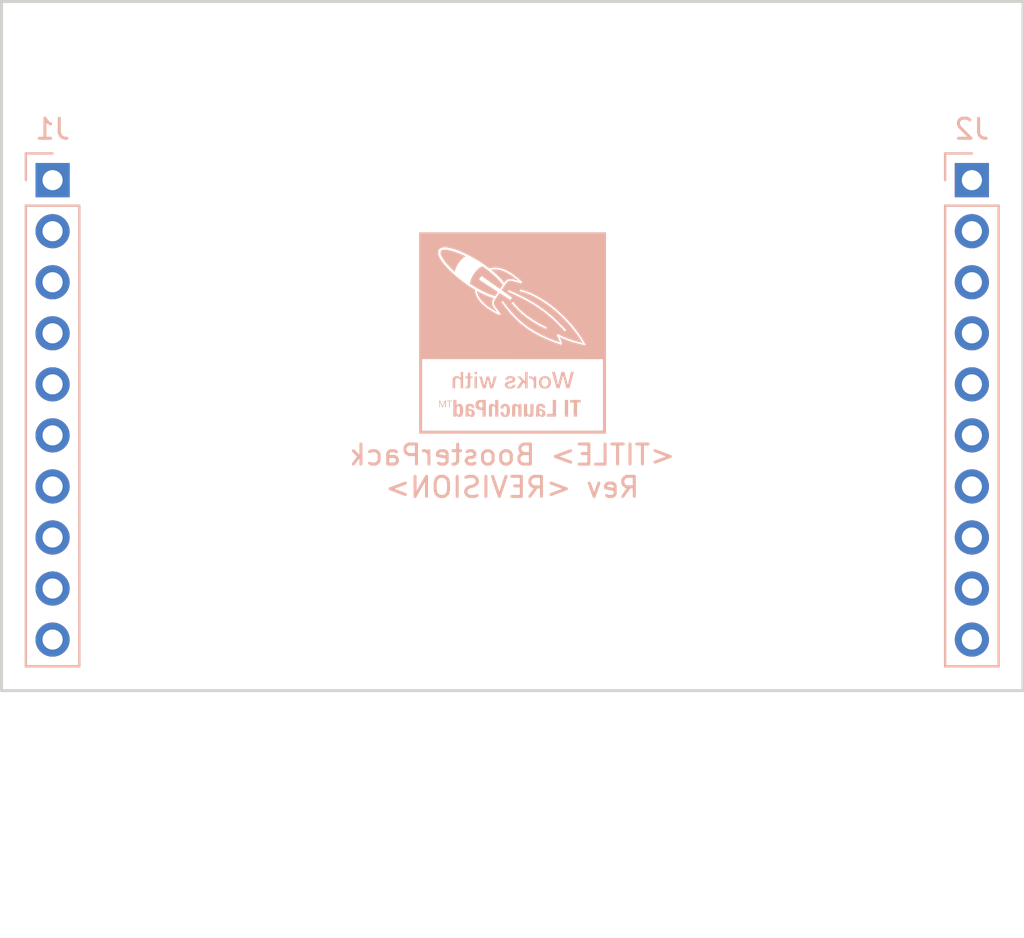
<source format=kicad_pcb>
(kicad_pcb (version 20211014) (generator pcbnew)
  (title_block (title "<TITLE>") (rev "<REVISION>"))
  (layers (0 "F.Cu" signal) (31 "B.Cu" signal) (34 "B.Paste" user) (35 "F.Paste" user) (36 "B.SilkS" user "B.Silkscreen") (37 "F.SilkS" user "F.Silkscreen") (38 "B.Mask" user) (39 "F.Mask" user) (44 "Edge.Cuts" user))
  (net 0 "")
  (net 1 "/D[10]{slash}SDA")
  (net 2 "/D[9]{slash}SCL")
  (net 3 "/D[8]")
  (net 4 "/D[7]{slash}SPI.CLK")
  (net 5 "/D[6]{slash}A")
  (net 6 "/D[5]")
  (net 7 "/D[4]{slash}UART.TX")
  (net 8 "/D[3]{slash}UART.RX")
  (net 9 "/D[2]{slash}A")
  (net 10 "+3V3")
  (net 11 "/D[11]")
  (net 12 "/D[12]{slash}SPI.CS")
  (net 13 "/D[13]{slash}SPI.CS")
  (net 14 "/D[14]{slash}SPI.MISO")
  (net 15 "/D[15]{slash}SPI.MOSI")
  (net 16 "/RST{slash}D[16]")
  (net 17 "/D[17]")
  (net 18 "/D[18]{slash}SPI.CS")
  (net 19 "/*D[19]")
  (net 20 "GND")
  (footprint "Connector_PinSocket_2.54mm:PinSocket_1x10_P2.54mm_Vertical" (layer "B.Cu") (at 102.54 74.6 180)
    (fp_text reference "J1" (at 0 2.54) (layer "B.SilkS") (effects (justify mirror)))
    (fp_text value "Conn_01x10" hide)
    (pad "1" thru_hole rect locked (at 0 0 180) (size 1.7 1.7) (drill 1) (layers *.Cu *.Mask) (net 10 "+3V3"))
    (pad "2" thru_hole oval locked (at 0 -2.54 180) (size 1.7 1.7) (drill 1) (layers *.Cu *.Mask) (net 9 "/D[2]{slash}A"))
    (pad "3" thru_hole oval locked (at 0 -5.08 180) (size 1.7 1.7) (drill 1) (layers *.Cu *.Mask) (net 8 "/D[3]{slash}UART.RX"))
    (pad "4" thru_hole oval locked (at 0 -7.62 180) (size 1.7 1.7) (drill 1) (layers *.Cu *.Mask) (net 7 "/D[4]{slash}UART.TX"))
    (pad "5" thru_hole oval locked (at 0 -10.16 180) (size 1.7 1.7) (drill 1) (layers *.Cu *.Mask) (net 6 "/D[5]"))
    (pad "6" thru_hole oval locked (at 0 -12.7 180) (size 1.7 1.7) (drill 1) (layers *.Cu *.Mask) (net 5 "/D[6]{slash}A"))
    (pad "7" thru_hole oval locked (at 0 -15.24 180) (size 1.7 1.7) (drill 1) (layers *.Cu *.Mask) (net 4 "/D[7]{slash}SPI.CLK"))
    (pad "8" thru_hole oval locked (at 0 -17.78 180) (size 1.7 1.7) (drill 1) (layers *.Cu *.Mask) (net 3 "/D[8]"))
    (pad "9" thru_hole oval locked (at 0 -20.32 180) (size 1.7 1.7) (drill 1) (layers *.Cu *.Mask) (net 2 "/D[9]{slash}SCL"))
    (pad "10" thru_hole oval locked (at 0 -22.86 180) (size 1.7 1.7) (drill 1) (layers *.Cu *.Mask) (net 1 "/D[10]{slash}SDA"))
  )
  (footprint "Connector_PinSocket_2.54mm:PinSocket_1x10_P2.54mm_Vertical" (layer "B.Cu") (at 148.26 74.6 180)
    (fp_text reference "J2" (at 0 2.54) (layer "B.SilkS") (effects (justify mirror)))
    (fp_text value "Conn_01x10" hide)
    (pad "1" thru_hole rect locked (at 0 0 180) (size 1.7 1.7) (drill 1) (layers *.Cu *.Mask) (net 20 "GND"))
    (pad "2" thru_hole oval locked (at 0 -2.54 180) (size 1.7 1.7) (drill 1) (layers *.Cu *.Mask) (net 19 "/*D[19]"))
    (pad "3" thru_hole oval locked (at 0 -5.08 180) (size 1.7 1.7) (drill 1) (layers *.Cu *.Mask) (net 18 "/D[18]{slash}SPI.CS"))
    (pad "4" thru_hole oval locked (at 0 -7.62 180) (size 1.7 1.7) (drill 1) (layers *.Cu *.Mask) (net 17 "/D[17]"))
    (pad "5" thru_hole oval locked (at 0 -10.16 180) (size 1.7 1.7) (drill 1) (layers *.Cu *.Mask) (net 16 "/RST{slash}D[16]"))
    (pad "6" thru_hole oval locked (at 0 -12.7 180) (size 1.7 1.7) (drill 1) (layers *.Cu *.Mask) (net 15 "/D[15]{slash}SPI.MOSI"))
    (pad "7" thru_hole oval locked (at 0 -15.24 180) (size 1.7 1.7) (drill 1) (layers *.Cu *.Mask) (net 14 "/D[14]{slash}SPI.MISO"))
    (pad "8" thru_hole oval locked (at 0 -17.78 180) (size 1.7 1.7) (drill 1) (layers *.Cu *.Mask) (net 13 "/D[13]{slash}SPI.CS"))
    (pad "9" thru_hole oval locked (at 0 -20.32 180) (size 1.7 1.7) (drill 1) (layers *.Cu *.Mask) (net 12 "/D[12]{slash}SPI.CS"))
    (pad "10" thru_hole oval locked (at 0 -22.86 180) (size 1.7 1.7) (drill 1) (layers *.Cu *.Mask) (net 11 "/D[11]"))
  )
  (footprint "LOGO" (layer "B.Cu") (at 125.4 82.22 180)
    (fp_text reference "G1" hide)
    (fp_text value "LaunchPad-Logo" hide)
  )
  (gr_rect (start 100 100) (end 150.8 65.71) (layer "Edge.Cuts") (width 0.14986) (fill none))
  (gr_text "${TITLE} BoosterPack\nRev ${REVISION}" (at 125.4 89.078) (layer "B.SilkS") (effects (font (size 1 1)) (justify mirror)))
)
</source>
